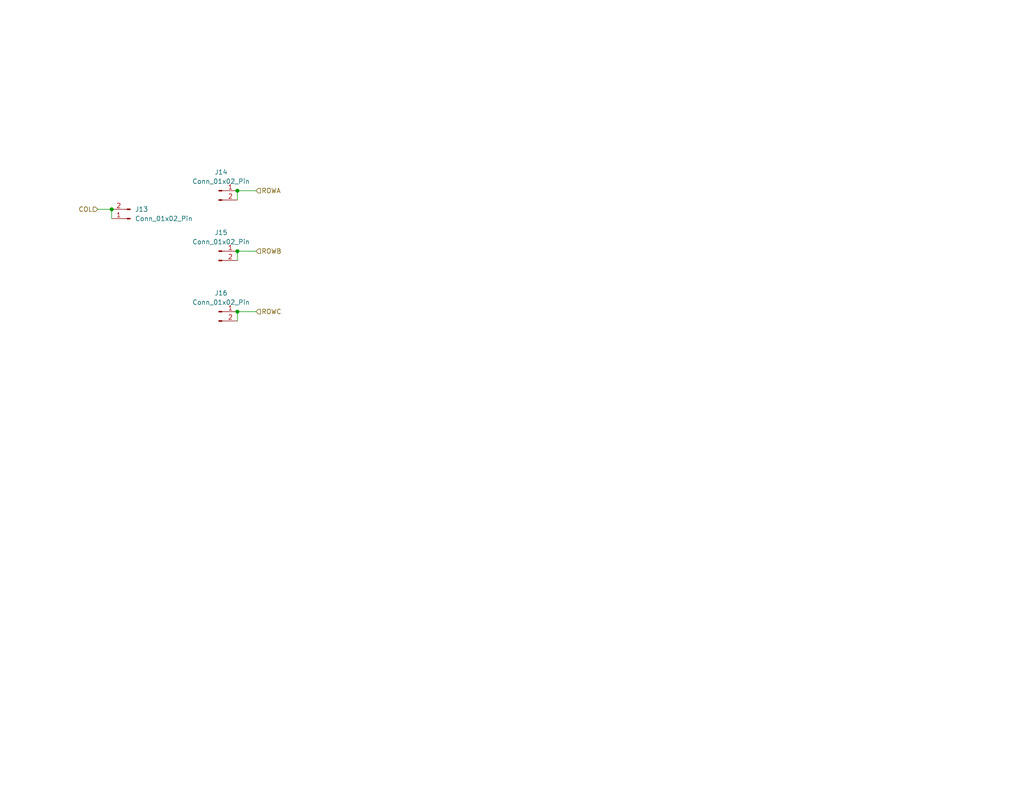
<source format=kicad_sch>
(kicad_sch (version 20231120) (generator "eeschema") (generator_version "8.0")
  (paper "A")
  (lib_symbols
    (symbol "Connector:Conn_01x02_Pin" (pin_names (offset 1.016) hide)
      (property "Reference" "J" (at 0 2.54 0))
      (property "Value" "Conn_01x02_Pin" (at 0 -5.08 0))
      (symbol "Conn_01x02_Pin_1_1"
        (polyline (pts (xy 1.27 -2.54) (xy 0.8636 -2.54)) (stroke (width 0.1524)))
        (polyline (pts (xy 1.27 0) (xy 0.8636 0)) (stroke (width 0.1524)))
        (rectangle (start 0.8636 -2.413) (end 0 -2.667) (stroke (width 0.1524)) (fill (type outline)))
        (rectangle (start 0.8636 0.127) (end 0 -0.127) (stroke (width 0.1524)) (fill (type outline)))
        (pin passive line (at 5.08 0 180) (length 3.81) (name "Pin_1") (number "1"))
        (pin passive line (at 5.08 -2.54 180) (length 3.81) (name "Pin_2") (number "2"))
      )
    )
  )
  (junction (at 64.77 68.58))
  (junction (at 64.77 52.07))
  (junction (at 64.77 85.09))
  (junction (at 30.48 57.15))
  (wire (pts (xy 26.67 57.15) (xy 30.48 57.15)))
  (wire (pts (xy 64.77 68.58) (xy 69.85 68.58)))
  (wire (pts (xy 64.77 85.09) (xy 64.77 87.63)))
  (wire (pts (xy 64.77 68.58) (xy 64.77 71.12)))
  (wire (pts (xy 64.77 52.07) (xy 69.85 52.07)))
  (wire (pts (xy 30.48 57.15) (xy 30.48 59.69)))
  (wire (pts (xy 64.77 85.09) (xy 69.85 85.09)))
  (wire (pts (xy 64.77 52.07) (xy 64.77 54.61)))
  (hierarchical_label "ROWC" (shape input) (at 69.85 85.09 0))
  (hierarchical_label "COL" (shape input) (at 26.67 57.15 180))
  (hierarchical_label "ROWB" (shape input) (at 69.85 68.58 0))
  (hierarchical_label "ROWA" (shape input) (at 69.85 52.07 0))
  (symbol (lib_id "Connector:Conn_01x02_Pin") (at 59.69 68.58 0) (unit 1)
    (property "Reference" "J15" (at 60.325 63.5 0))
    (property "Value" "Conn_01x02_Pin" (at 60.325 66.04 0))
    (property "Footprint" "Connector_PinHeader_2.54mm:PinHeader_1x02_P2.54mm_Vertical" (effects (hide yes)))
    (property "Description" "Generic connector, single row, 01x02, script generated" (effects (hide yes)))
    (instances (project "" (path "" (reference "J15") (unit 1)) (path "" (reference "J3") (unit 1)) (path "" (reference "J7") (unit 1)) (path "" (reference "J11") (unit 1)) (path "" (reference "J23") (unit 1)) (path "" (reference "J19") (unit 1)) (path "" (reference "J27") (unit 1))))
  )
  (symbol (lib_id "Connector:Conn_01x02_Pin") (at 59.69 52.07 0) (unit 1)
    (property "Reference" "J14" (at 60.325 46.99 0))
    (property "Value" "Conn_01x02_Pin" (at 60.325 49.53 0))
    (property "Footprint" "Connector_PinHeader_2.54mm:PinHeader_1x02_P2.54mm_Vertical" (effects (hide yes)))
    (property "Description" "Generic connector, single row, 01x02, script generated" (effects (hide yes)))
    (instances (project "" (path "" (reference "J14") (unit 1)) (path "" (reference "J2") (unit 1)) (path "" (reference "J6") (unit 1)) (path "" (reference "J10") (unit 1)) (path "" (reference "J22") (unit 1)) (path "" (reference "J18") (unit 1)) (path "" (reference "J26") (unit 1))))
  )
  (symbol (lib_id "Connector:Conn_01x02_Pin") (at 59.69 85.09 0) (unit 1)
    (property "Reference" "J16" (at 60.325 80.01 0))
    (property "Value" "Conn_01x02_Pin" (at 60.325 82.55 0))
    (property "Footprint" "Connector_PinHeader_2.54mm:PinHeader_1x02_P2.54mm_Vertical" (effects (hide yes)))
    (property "Description" "Generic connector, single row, 01x02, script generated" (effects (hide yes)))
    (instances (project "" (path "" (reference "J16") (unit 1)) (path "" (reference "J4") (unit 1)) (path "" (reference "J8") (unit 1)) (path "" (reference "J12") (unit 1)) (path "" (reference "J24") (unit 1)) (path "" (reference "J20") (unit 1)) (path "" (reference "J28") (unit 1))))
  )
  (symbol (lib_id "Connector:Conn_01x02_Pin") (at 35.56 59.69 180) (unit 1)
    (property "Reference" "J13" (at 36.83 57.1499 0) (effects (justify right)))
    (property "Value" "Conn_01x02_Pin" (at 36.83 59.6899 0) (effects (justify right)))
    (property "Footprint" "Connector_PinHeader_2.54mm:PinHeader_1x02_P2.54mm_Vertical" (effects (hide yes)))
    (property "Description" "Generic connector, single row, 01x02, script generated" (effects (hide yes)))
    (instances (project "" (path "" (reference "J13") (unit 1)) (path "" (reference "J1") (unit 1)) (path "" (reference "J5") (unit 1)) (path "" (reference "J9") (unit 1)) (path "" (reference "J21") (unit 1)) (path "" (reference "J17") (unit 1)) (path "" (reference "J25") (unit 1))))
  )
)
</source>
